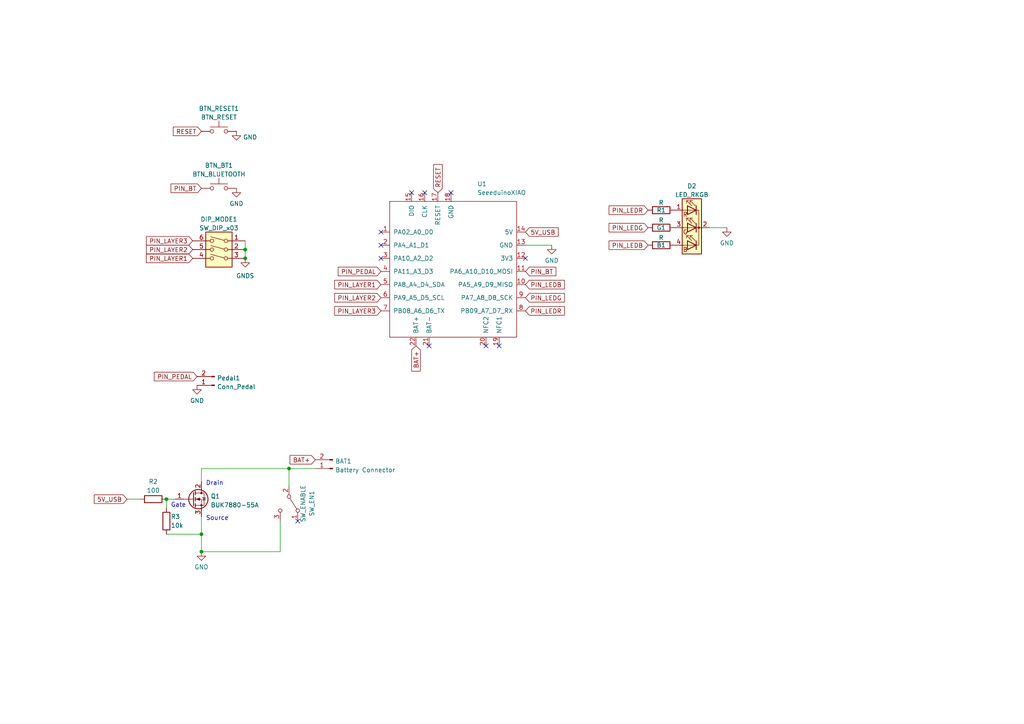
<source format=kicad_sch>
(kicad_sch (version 20211123) (generator eeschema)
  (paper "A4")
  (lib_symbols
    (symbol "Conn_01x02_Male_1" (pin_names (offset 1.016) hide)
      (property "Reference" "J" (at 0 2.54 0))
      (property "Value" "Conn_01x02_Male_1" (at 0 -5.08 0))
      (symbol "Conn_01x02_Male_1_1_1"
        (polyline (pts (xy 1.27 -2.54) (xy 0.8636 -2.54)) (stroke (width 0.1524)))
        (polyline (pts (xy 1.27 0) (xy 0.8636 0)) (stroke (width 0.1524)))
        (rectangle (start 0.8636 -2.413) (end 0 -2.667) (stroke (width 0.1524)) (fill (type outline)))
        (rectangle (start 0.8636 0.127) (end 0 -0.127) (stroke (width 0.1524)) (fill (type outline)))
        (pin passive line (at 5.08 0 180) (length 3.81) (name "Pin_1") (number "1"))
        (pin passive line (at 5.08 -2.54 180) (length 3.81) (name "Pin_2") (number "2"))
      )
    )
    (symbol "Conn_01x02_Male_2" (pin_names (offset 1.016) hide)
      (property "Reference" "J" (at 0 2.54 0))
      (property "Value" "Conn_01x02_Male_2" (at 0 -5.08 0))
      (symbol "Conn_01x02_Male_2_1_1"
        (polyline (pts (xy 1.27 -2.54) (xy 0.8636 -2.54)) (stroke (width 0.1524)))
        (polyline (pts (xy 1.27 0) (xy 0.8636 0)) (stroke (width 0.1524)))
        (rectangle (start 0.8636 -2.413) (end 0 -2.667) (stroke (width 0.1524)) (fill (type outline)))
        (rectangle (start 0.8636 0.127) (end 0 -0.127) (stroke (width 0.1524)) (fill (type outline)))
        (pin passive line (at 5.08 0 180) (length 3.81) (name "Pin_1") (number "1"))
        (pin passive line (at 5.08 -2.54 180) (length 3.81) (name "Pin_2") (number "2"))
      )
    )
    (symbol "Device:LED_RKGB" (pin_names (offset 0) hide)
      (property "Reference" "D" (at 0 9.398 0))
      (property "Value" "LED_RKGB" (at 0 -8.89 0))
      (symbol "LED_RKGB_0_0"
        (text "B" (at 1.905 -6.35 0) (effects (font (size 1.27 1.27))))
        (text "G" (at 1.905 -1.27 0) (effects (font (size 1.27 1.27))))
        (text "R" (at 1.905 3.81 0) (effects (font (size 1.27 1.27))))
      )
      (symbol "LED_RKGB_0_1"
        (circle (center -2.032 0) (radius 0.254) (fill (type outline)))
        (polyline (pts (xy -1.27 -5.08) (xy 1.27 -5.08)))
        (polyline (pts (xy -1.27 -3.81) (xy -1.27 -6.35)) (stroke (width 0.254)))
        (polyline (pts (xy -1.27 0) (xy -2.54 0)))
        (polyline (pts (xy -1.27 1.27) (xy -1.27 -1.27)) (stroke (width 0.254)))
        (polyline (pts (xy -1.27 5.08) (xy 1.27 5.08)))
        (polyline (pts (xy -1.27 6.35) (xy -1.27 3.81)) (stroke (width 0.254)))
        (polyline (pts (xy 1.27 -5.08) (xy 2.54 -5.08)))
        (polyline (pts (xy 1.27 0) (xy -1.27 0)))
        (polyline (pts (xy 1.27 0) (xy 2.54 0)))
        (polyline (pts (xy 1.27 5.08) (xy 2.54 5.08)))
        (polyline (pts (xy -1.27 1.27) (xy -1.27 -1.27) (xy -1.27 -1.27)))
        (polyline (pts (xy -1.27 6.35) (xy -1.27 3.81) (xy -1.27 3.81)))
        (polyline (pts (xy -1.27 5.08) (xy -2.032 5.08) (xy -2.032 -5.08) (xy -1.016 -5.08)))
        (polyline (pts (xy 1.27 -3.81) (xy 1.27 -6.35) (xy -1.27 -5.08) (xy 1.27 -3.81)) (stroke (width 0.254)))
        (polyline (pts (xy 1.27 1.27) (xy 1.27 -1.27) (xy -1.27 0) (xy 1.27 1.27)) (stroke (width 0.254)))
        (polyline (pts (xy 1.27 6.35) (xy 1.27 3.81) (xy -1.27 5.08) (xy 1.27 6.35)) (stroke (width 0.254)))
        (polyline (pts (xy -1.016 -3.81) (xy 0.508 -2.286) (xy -0.254 -2.286) (xy 0.508 -2.286) (xy 0.508 -3.048)))
        (polyline (pts (xy -1.016 1.27) (xy 0.508 2.794) (xy -0.254 2.794) (xy 0.508 2.794) (xy 0.508 2.032)))
        (polyline (pts (xy -1.016 6.35) (xy 0.508 7.874) (xy -0.254 7.874) (xy 0.508 7.874) (xy 0.508 7.112)))
        (polyline (pts (xy 0 -3.81) (xy 1.524 -2.286) (xy 0.762 -2.286) (xy 1.524 -2.286) (xy 1.524 -3.048)))
        (polyline (pts (xy 0 1.27) (xy 1.524 2.794) (xy 0.762 2.794) (xy 1.524 2.794) (xy 1.524 2.032)))
        (polyline (pts (xy 0 6.35) (xy 1.524 7.874) (xy 0.762 7.874) (xy 1.524 7.874) (xy 1.524 7.112)))
        (rectangle (start 1.27 -1.27) (end 1.27 1.27))
        (rectangle (start 1.27 1.27) (end 1.27 1.27))
        (rectangle (start 1.27 3.81) (end 1.27 6.35))
        (rectangle (start 1.27 6.35) (end 1.27 6.35))
        (rectangle (start 2.794 8.382) (end -2.794 -7.62) (stroke (width 0.254)) (fill (type background)))
      )
      (symbol "LED_RKGB_1_1"
        (pin passive line (at 5.08 5.08 180) (length 2.54) (name "RA") (number "1"))
        (pin passive line (at -5.08 0 0) (length 2.54) (name "K") (number "2"))
        (pin passive line (at 5.08 0 180) (length 2.54) (name "GA") (number "3"))
        (pin passive line (at 5.08 -5.08 180) (length 2.54) (name "BA") (number "4"))
      )
    )
    (symbol "Device:R" (pin_numbers hide) (pin_names (offset 0))
      (property "Reference" "R" (at 2.032 0 90))
      (property "Value" "R" (at 0 0 90))
      (symbol "R_0_1"
        (rectangle (start -1.016 -2.54) (end 1.016 2.54) (stroke (width 0.254)))
      )
      (symbol "R_1_1"
        (pin passive line (at 0 3.81 270) (length 1.27) (name "~") (number "1"))
        (pin passive line (at 0 -3.81 90) (length 1.27) (name "~") (number "2"))
      )
    )
    (symbol "Seeeduino XIAO:SeeeduinoXIAO" (pin_names (offset 1.016))
      (property "Reference" "U1" (at 6.35 25.4 0))
      (property "Value" "SeeeduinoXIAO" (at 6.35 22.86 0))
      (symbol "SeeeduinoXIAO_0_1"
        (rectangle (start -19.05 20.32) (end 17.78 -19.05))
      )
      (symbol "SeeeduinoXIAO_1_1"
        (pin unspecified line (at -21.59 11.43 0) (length 2.54) (name "PA02_A0_D0") (number "1"))
        (pin unspecified line (at 20.32 -3.81 180) (length 2.54) (name "PA5_A9_D9_MISO") (number "10"))
        (pin unspecified line (at 20.32 0 180) (length 2.54) (name "PA6_A10_D10_MOSI") (number "11"))
        (pin unspecified line (at 20.32 3.81 180) (length 2.54) (name "3V3") (number "12"))
        (pin unspecified line (at 20.32 7.62 180) (length 2.54) (name "GND") (number "13"))
        (pin unspecified line (at 20.32 11.43 180) (length 2.54) (name "5V") (number "14"))
        (pin bidirectional line (at -12.7 22.86 270) (length 2.54) (name "DIO") (number "15"))
        (pin unspecified line (at -8.89 22.86 270) (length 2.54) (name "CLK") (number "16"))
        (pin input line (at -5.08 22.86 270) (length 2.54) (name "RESET") (number "17"))
        (pin input line (at -1.27 22.86 270) (length 2.54) (name "GND") (number "18"))
        (pin bidirectional line (at 12.7 -21.59 90) (length 2.54) (name "NFC1") (number "19"))
        (pin unspecified line (at -21.59 7.62 0) (length 2.54) (name "PA4_A1_D1") (number "2"))
        (pin bidirectional line (at 8.89 -21.59 90) (length 2.54) (name "NFC2") (number "20"))
        (pin bidirectional line (at -7.62 -21.59 90) (length 2.54) (name "BAT-") (number "21"))
        (pin bidirectional line (at -11.43 -21.59 90) (length 2.54) (name "BAT+") (number "22"))
        (pin unspecified line (at -21.59 3.81 0) (length 2.54) (name "PA10_A2_D2") (number "3"))
        (pin unspecified line (at -21.59 0 0) (length 2.54) (name "PA11_A3_D3") (number "4"))
        (pin unspecified line (at -21.59 -3.81 0) (length 2.54) (name "PA8_A4_D4_SDA") (number "5"))
        (pin unspecified line (at -21.59 -7.62 0) (length 2.54) (name "PA9_A5_D5_SCL") (number "6"))
        (pin unspecified line (at -21.59 -11.43 0) (length 2.54) (name "PB08_A6_D6_TX") (number "7"))
        (pin unspecified line (at 20.32 -11.43 180) (length 2.54) (name "PB09_A7_D7_RX") (number "8"))
        (pin unspecified line (at 20.32 -7.62 180) (length 2.54) (name "PA7_A8_D8_SCK") (number "9"))
      )
    )
    (symbol "Switch:SW_DIP_x03" (pin_names (offset 0) hide)
      (property "Reference" "SW" (at 0 8.89 0))
      (property "Value" "SW_DIP_x03" (at 0 -3.81 0))
      (symbol "SW_DIP_x03_0_0"
        (circle (center -2.032 0) (radius 0.508))
        (circle (center -2.032 2.54) (radius 0.508))
        (circle (center -2.032 5.08) (radius 0.508))
        (polyline (pts (xy -1.524 0.127) (xy 2.3622 1.1684)))
        (polyline (pts (xy -1.524 2.667) (xy 2.3622 3.7084)))
        (polyline (pts (xy -1.524 5.207) (xy 2.3622 6.2484)))
        (circle (center 2.032 0) (radius 0.508))
        (circle (center 2.032 2.54) (radius 0.508))
        (circle (center 2.032 5.08) (radius 0.508))
      )
      (symbol "SW_DIP_x03_0_1"
        (rectangle (start -3.81 7.62) (end 3.81 -2.54) (stroke (width 0.254)) (fill (type background)))
      )
      (symbol "SW_DIP_x03_1_1"
        (pin passive line (at -7.62 5.08 0) (length 5.08) (name "~") (number "1"))
        (pin passive line (at -7.62 2.54 0) (length 5.08) (name "~") (number "2"))
        (pin passive line (at -7.62 0 0) (length 5.08) (name "~") (number "3"))
        (pin passive line (at 7.62 0 180) (length 5.08) (name "~") (number "4"))
        (pin passive line (at 7.62 2.54 180) (length 5.08) (name "~") (number "5"))
        (pin passive line (at 7.62 5.08 180) (length 5.08) (name "~") (number "6"))
      )
    )
    (symbol "Switch:SW_Push" (pin_numbers hide) (pin_names (offset 1.016) hide)
      (property "Reference" "SW" (at 1.27 2.54 0))
      (property "Value" "SW_Push" (at 0 -1.524 0))
      (symbol "SW_Push_0_1"
        (circle (center -2.032 0) (radius 0.508))
        (polyline (pts (xy 0 1.27) (xy 0 3.048)))
        (polyline (pts (xy 2.54 1.27) (xy -2.54 1.27)))
        (circle (center 2.032 0) (radius 0.508))
        (pin passive line (at -5.08 0 0) (length 2.54) (name "1") (number "1"))
        (pin passive line (at 5.08 0 180) (length 2.54) (name "2") (number "2"))
      )
    )
    (symbol "Switch:SW_SPDT" (pin_names (offset 0) hide)
      (property "Reference" "SW" (at 0 4.318 0))
      (property "Value" "SW_SPDT" (at 0 -5.08 0))
      (symbol "SW_SPDT_0_0"
        (circle (center -2.032 0) (radius 0.508))
        (circle (center 2.032 -2.54) (radius 0.508))
      )
      (symbol "SW_SPDT_0_1"
        (polyline (pts (xy -1.524 0.254) (xy 1.651 2.286)))
        (circle (center 2.032 2.54) (radius 0.508))
      )
      (symbol "SW_SPDT_1_1"
        (pin passive line (at 5.08 2.54 180) (length 2.54) (name "A") (number "1"))
        (pin passive line (at -5.08 0 0) (length 2.54) (name "B") (number "2"))
        (pin passive line (at 5.08 -2.54 180) (length 2.54) (name "C") (number "3"))
      )
    )
    (symbol "Transistor_FET:BUK7880-55A" (pin_names hide)
      (property "Reference" "Q" (at 5.08 1.905 0))
      (property "Value" "BUK7880-55A" (at 5.08 0 0))
      (symbol "BUK7880-55A_0_1"
        (polyline (pts (xy 0.254 0) (xy -2.54 0)))
        (polyline (pts (xy 0.254 1.905) (xy 0.254 -1.905)) (stroke (width 0.254)))
        (polyline (pts (xy 0.762 -1.27) (xy 0.762 -2.286)) (stroke (width 0.254)))
        (polyline (pts (xy 0.762 0.508) (xy 0.762 -0.508)) (stroke (width 0.254)))
        (polyline (pts (xy 0.762 2.286) (xy 0.762 1.27)) (stroke (width 0.254)))
        (polyline (pts (xy 2.54 2.54) (xy 2.54 1.778)))
        (polyline (pts (xy 2.54 -2.54) (xy 2.54 0) (xy 0.762 0)))
        (polyline (pts (xy 0.762 -1.778) (xy 3.302 -1.778) (xy 3.302 1.778) (xy 0.762 1.778)))
        (polyline (pts (xy 1.016 0) (xy 2.032 0.381) (xy 2.032 -0.381) (xy 1.016 0)) (fill (type outline)))
        (polyline (pts (xy 2.794 0.508) (xy 2.921 0.381) (xy 3.683 0.381) (xy 3.81 0.254)))
        (polyline (pts (xy 3.302 0.381) (xy 2.921 -0.254) (xy 3.683 -0.254) (xy 3.302 0.381)))
        (circle (center 1.651 0) (radius 2.794) (stroke (width 0.254)))
        (circle (center 2.54 -1.778) (radius 0.254) (fill (type outline)))
        (circle (center 2.54 1.778) (radius 0.254) (fill (type outline)))
      )
      (symbol "BUK7880-55A_1_1"
        (pin input line (at -5.08 0 0) (length 2.54) (name "G") (number "1"))
        (pin passive line (at 2.54 5.08 270) (length 2.54) (name "D") (number "2"))
        (pin passive line (at 2.54 -5.08 90) (length 2.54) (name "S") (number "3"))
      )
    )
    (symbol "power:GND" (power) (pin_names (offset 0))
      (property "Value" "GND" (at 0 -3.81 0))
      (symbol "GND_0_1"
        (polyline (pts (xy 0 0) (xy 0 -1.27) (xy 1.27 -1.27) (xy 0 -2.54) (xy -1.27 -1.27) (xy 0 -1.27)))
      )
      (symbol "GND_1_1"
        (pin power_in line (at 0 0 270) (length 0) hide (name "GND") (number "1"))
      )
    )
    (symbol "power:GNDS" (power) (pin_names (offset 0))
      (property "Value" "GNDS" (at 0 -3.81 0))
      (symbol "GNDS_0_1"
        (polyline (pts (xy 0 0) (xy 0 -1.27) (xy 1.27 -1.27) (xy 0 -2.54) (xy -1.27 -1.27) (xy 0 -1.27)))
      )
      (symbol "GNDS_1_1"
        (pin power_in line (at 0 0 270) (length 0) hide (name "GNDS") (number "1"))
      )
    )
  )
  (junction (at 71.12 72.39))
  (junction (at 48.26 144.78))
  (junction (at 83.82 135.89))
  (junction (at 58.42 154.94))
  (junction (at 71.12 74.93))
  (junction (at 58.42 160.02))
  (no_connect (at 86.36 151.13))
  (no_connect (at 152.4 74.93))
  (no_connect (at 124.46 100.33))
  (no_connect (at 144.78 100.33))
  (no_connect (at 140.97 100.33))
  (no_connect (at 119.38 55.88))
  (no_connect (at 123.19 55.88))
  (no_connect (at 130.81 55.88))
  (no_connect (at 110.49 67.31))
  (no_connect (at 110.49 71.12))
  (no_connect (at 110.49 74.93))
  (wire (pts (xy 58.42 139.7) (xy 58.42 135.89)))
  (wire (pts (xy 71.12 69.85) (xy 71.12 72.39)))
  (wire (pts (xy 152.4 71.12) (xy 160.02 71.12)))
  (wire (pts (xy 48.26 144.78) (xy 48.26 147.32)))
  (wire (pts (xy 83.82 135.89) (xy 83.82 140.97)))
  (wire (pts (xy 58.42 154.94) (xy 58.42 160.02)))
  (wire (pts (xy 48.26 154.94) (xy 58.42 154.94)))
  (wire (pts (xy 205.74 66.04) (xy 210.82 66.04)))
  (wire (pts (xy 58.42 149.86) (xy 58.42 154.94)))
  (wire (pts (xy 58.42 135.89) (xy 83.82 135.89)))
  (wire (pts (xy 83.82 135.89) (xy 91.44 135.89)))
  (wire (pts (xy 81.28 151.13) (xy 81.28 160.02)))
  (wire (pts (xy 71.12 72.39) (xy 71.12 74.93)))
  (wire (pts (xy 36.83 144.78) (xy 40.64 144.78)))
  (wire (pts (xy 81.28 160.02) (xy 58.42 160.02)))
  (wire (pts (xy 48.26 144.78) (xy 50.8 144.78)))
  (text "Gate" (at 49.53 147.32 0) (effects (font (size 1.27 1.27)) (justify left bottom)))
  (text "Source" (at 59.69 151.13 0) (effects (font (size 1.27 1.27)) (justify left bottom)))
  (text "Drain" (at 59.69 140.97 0) (effects (font (size 1.27 1.27)) (justify left bottom)))
  (global_label "PIN_PEDAL" (shape input) (at 110.49 78.74 180) (property "Intersheet References" "${INTERSHEET_REFS}" (effects hide)))
  (global_label "PIN_LAYER3" (shape input) (at 55.88 69.85 180) (property "Intersheet References" "${INTERSHEET_REFS}" (effects hide)))
  (global_label "PIN_LEDG" (shape input) (at 187.96 66.04 180) (property "Intersheet References" "${INTERSHEET_REFS}" (effects hide)))
  (global_label "PIN_LEDB" (shape input) (at 187.96 71.12 180) (property "Intersheet References" "${INTERSHEET_REFS}" (effects hide)))
  (global_label "PIN_PEDAL" (shape input) (at 57.15 109.22 180) (property "Intersheet References" "${INTERSHEET_REFS}" (effects hide)))
  (global_label "PIN_LEDR" (shape input) (at 152.4 90.17 0) (property "Intersheet References" "${INTERSHEET_REFS}" (effects hide)))
  (global_label "PIN_BT" (shape input) (at 58.42 54.61 180) (property "Intersheet References" "${INTERSHEET_REFS}" (effects hide)))
  (global_label "5V_USB" (shape input) (at 36.83 144.78 180) (property "Intersheet References" "${INTERSHEET_REFS}" (effects hide)))
  (global_label "5V_USB" (shape input) (at 152.4 67.31 0) (property "Intersheet References" "${INTERSHEET_REFS}" (effects hide)))
  (global_label "PIN_LAYER1" (shape input) (at 110.49 82.55 180) (property "Intersheet References" "${INTERSHEET_REFS}" (effects hide)))
  (global_label "RESET" (shape input) (at 127 55.88 90) (property "Intersheet References" "${INTERSHEET_REFS}" (effects hide)))
  (global_label "PIN_LAYER2" (shape input) (at 110.49 86.36 180) (property "Intersheet References" "${INTERSHEET_REFS}" (effects hide)))
  (global_label "PIN_LAYER3" (shape input) (at 110.49 90.17 180) (property "Intersheet References" "${INTERSHEET_REFS}" (effects hide)))
  (global_label "BAT+" (shape input) (at 91.44 133.35 180) (property "Intersheet References" "${INTERSHEET_REFS}" (effects hide)))
  (global_label "PIN_LAYER2" (shape input) (at 55.88 72.39 180) (property "Intersheet References" "${INTERSHEET_REFS}" (effects hide)))
  (global_label "BAT+" (shape input) (at 120.65 100.33 270) (property "Intersheet References" "${INTERSHEET_REFS}" (effects hide)))
  (global_label "PIN_LAYER1" (shape input) (at 55.88 74.93 180) (property "Intersheet References" "${INTERSHEET_REFS}" (effects hide)))
  (global_label "RESET" (shape input) (at 58.42 38.1 180) (property "Intersheet References" "${INTERSHEET_REFS}" (effects hide)))
  (global_label "PIN_LEDR" (shape input) (at 187.96 60.96 180) (property "Intersheet References" "${INTERSHEET_REFS}" (effects hide)))
  (global_label "PIN_BT" (shape input) (at 152.4 78.74 0) (property "Intersheet References" "${INTERSHEET_REFS}" (effects hide)))
  (global_label "PIN_LEDG" (shape input) (at 152.4 86.36 0) (property "Intersheet References" "${INTERSHEET_REFS}" (effects hide)))
  (global_label "PIN_LEDB" (shape input) (at 152.4 82.55 0) (property "Intersheet References" "${INTERSHEET_REFS}" (effects hide)))
  (symbol (lib_id "Seeeduino XIAO:SeeeduinoXIAO") (at 132.08 78.74 0) (unit 1)
    (property "Reference" "U1" (at 138.43 53.34 0) (effects (justify left)))
    (property "Value" "SeeeduinoXIAO" (at 138.43 55.88 0) (effects (justify left)))
    (property "Footprint" "footswitch-pcb:XIAO-nRF52840-Sense-14P-2.54-21X17.8MM" (effects hide))
  )
  (symbol (lib_id "Switch:SW_SPDT") (at 83.82 146.05 270) (unit 1)
    (property "Reference" "SW_EN1" (at 90.4408 146.05 0))
    (property "Value" "SW_ENABLE" (at 87.9039 146.05 0))
    (property "Footprint" "Button_Switch_THT:SW_Slide_1P2T_CK_OS102011MS2Q" (effects hide))
  )
  (symbol (lib_name "Conn_01x02_Male_2") (lib_id "Connector:Conn_01x02_Male") (at 62.23 111.76 180) (unit 1)
    (property "Reference" "Pedal1" (at 62.9412 109.6553 0) (effects (justify right)))
    (property "Value" "Conn_Pedal" (at 62.9412 112.1922 0) (effects (justify right)))
    (property "Footprint" "Connector_PinHeader_2.54mm:PinHeader_1x02_P2.54mm_Horizontal" (effects hide))
  )
  (symbol (lib_id "power:GND") (at 210.82 66.04 0) (unit 1)
    (property "Reference" "#PWR0104" (effects hide))
    (property "Value" "GND" (at 210.82 70.4834 0))
  )
  (symbol (lib_id "power:GNDS") (at 71.12 74.93 0) (unit 1)
    (property "Reference" "#PWR0107" (effects hide))
    (property "Value" "GNDS" (at 71.12 80.01 0))
  )
  (symbol (lib_id "Switch:SW_Push") (at 63.5 38.1 0) (unit 1)
    (property "Reference" "BTN_RESET1" (at 63.5 31.4792 0))
    (property "Value" "BTN_RESET" (at 63.5 34.0161 0))
    (property "Footprint" "Button_Switch_THT:SW_PUSH_6mm_H7.3mm" (effects hide))
  )
  (symbol (lib_id "Device:R") (at 48.26 151.13 180) (unit 1)
    (property "Reference" "R3" (at 49.53 149.86 0) (effects (justify right)))
    (property "Value" "10k" (at 49.53 152.4 0) (effects (justify right)))
    (property "Footprint" "Resistor_SMD:R_1206_3216Metric_Pad1.30x1.75mm_HandSolder" (effects hide))
  )
  (symbol (lib_id "Device:R") (at 44.45 144.78 270) (mirror x) (unit 1)
    (property "Reference" "R2" (at 44.45 139.7 90))
    (property "Value" "100" (at 44.45 142.24 90))
    (property "Footprint" "Resistor_SMD:R_1206_3216Metric_Pad1.30x1.75mm_HandSolder" (effects hide))
  )
  (symbol (lib_id "Switch:SW_Push") (at 63.5 54.61 0) (unit 1)
    (property "Reference" "BTN_BT1" (at 63.5 47.9892 0))
    (property "Value" "BTN_BLUETOOTH" (at 63.5 50.5261 0))
    (property "Footprint" "Button_Switch_THT:SW_Tactile_SPST_Angled_PTS645Vx39-2LFS" (effects hide))
  )
  (symbol (lib_id "power:GND") (at 68.58 38.1 0) (unit 1)
    (property "Reference" "#PWR0103" (effects hide))
    (property "Value" "GND" (at 70.485 39.8038 0) (effects (justify left)))
  )
  (symbol (lib_id "power:GND") (at 58.42 160.02 0) (unit 1)
    (property "Reference" "#PWR0105" (effects hide))
    (property "Value" "GND" (at 58.42 164.4634 0))
  )
  (symbol (lib_id "Transistor_FET:BUK7880-55A") (at 55.88 144.78 0) (unit 1)
    (property "Reference" "Q1" (at 61.087 143.9453 0) (effects (justify left)))
    (property "Value" "BUK7880-55A" (at 61.087 146.4822 0) (effects (justify left)))
    (property "Footprint" "Package_TO_SOT_SMD:SOT-223-3_TabPin2" (effects hide))
    (property "Datasheet" "https://assets.nexperia.com/documents/data-sheet/BUK7880-55A.pdf" (effects hide))
  )
  (symbol (lib_id "power:GND") (at 160.02 71.12 0) (unit 1)
    (property "Reference" "#PWR0102" (effects hide))
    (property "Value" "GND" (at 160.02 75.5634 0))
  )
  (symbol (lib_name "Conn_01x02_Male_1") (lib_id "Connector:Conn_01x02_Male") (at 96.52 135.89 180) (unit 1)
    (property "Reference" "BAT1" (at 97.2312 133.7853 0) (effects (justify right)))
    (property "Value" "Battery Connector" (at 97.2312 136.3222 0) (effects (justify right)))
    (property "Footprint" "Connector_JST:JST_XH_S2B-XH-A-1_1x02_P2.50mm_Horizontal" (effects hide))
  )
  (symbol (lib_id "Switch:SW_DIP_x03") (at 63.5 74.93 0) (mirror y) (unit 1)
    (property "Reference" "DIP_MODE1" (at 63.5 63.6102 0))
    (property "Value" "SW_DIP_x03" (at 63.5 66.1471 0))
    (property "Footprint" "Button_Switch_THT:SW_DIP_SPSTx03_Slide_6.7x9.18mm_W7.62mm_P2.54mm_LowProfile" (effects hide))
  )
  (symbol (lib_id "Device:R") (at 191.77 71.12 270) (unit 1)
    (property "Reference" "B1" (at 191.77 71.12 90))
    (property "Value" "R" (at 191.77 68.9411 90))
    (property "Footprint" "Resistor_SMD:R_1206_3216Metric_Pad1.30x1.75mm_HandSolder" (effects hide))
  )
  (symbol (lib_id "Device:R") (at 191.77 66.04 90) (mirror x) (unit 1)
    (property "Reference" "G1" (at 191.77 66.04 90))
    (property "Value" "R" (at 191.77 63.8611 90))
    (property "Footprint" "Resistor_SMD:R_1206_3216Metric_Pad1.30x1.75mm_HandSolder" (effects hide))
  )
  (symbol (lib_id "power:GND") (at 68.58 54.61 0) (unit 1)
    (property "Reference" "#PWR0101" (effects hide))
    (property "Value" "GND" (at 68.58 59.0534 0))
  )
  (symbol (lib_id "Device:LED_RKGB") (at 200.66 66.04 0) (mirror y) (unit 1)
    (property "Reference" "D2" (at 200.66 53.9582 0))
    (property "Value" "LED_RKGB" (at 200.66 56.4951 0))
    (property "Footprint" "LED_THT:LED_D5.0mm-4_RGB_Wide_Pins" (effects hide))
  )
  (symbol (lib_id "power:GND") (at 57.15 111.76 0) (unit 1)
    (property "Reference" "#PWR0106" (effects hide))
    (property "Value" "GND" (at 57.15 116.2034 0))
  )
  (symbol (lib_id "Device:R") (at 191.77 60.96 90) (mirror x) (unit 1)
    (property "Reference" "R1" (at 191.77 60.96 90))
    (property "Value" "R" (at 191.77 58.7811 90))
    (property "Footprint" "Resistor_SMD:R_1206_3216Metric_Pad1.30x1.75mm_HandSolder" (effects hide))
  )
)
</source>
